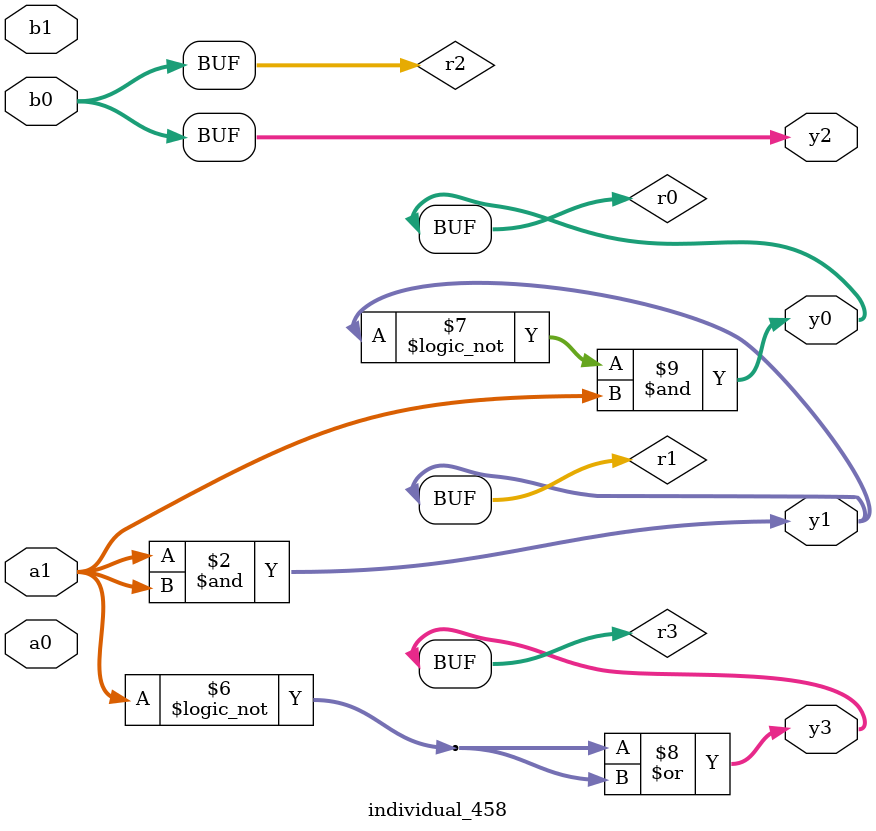
<source format=sv>
module individual_458(input logic [15:0] a1, input logic [15:0] a0, input logic [15:0] b1, input logic [15:0] b0, output logic [15:0] y3, output logic [15:0] y2, output logic [15:0] y1, output logic [15:0] y0);
logic [15:0] r0, r1, r2, r3; 
 always@(*) begin 
	 r0 = a0; r1 = a1; r2 = b0; r3 = b1; 
 	 r1  &=  r1 ;
 	 r0  |=  b0 ;
 	 r0 = ! r1 ;
 	 r3  |=  a0 ;
 	 r3 = ! a1 ;
 	 r0 = ! r1 ;
 	 r3  |=  r3 ;
 	 r0  &=  a1 ;
 	 y3 = r3; y2 = r2; y1 = r1; y0 = r0; 
end
endmodule
</source>
